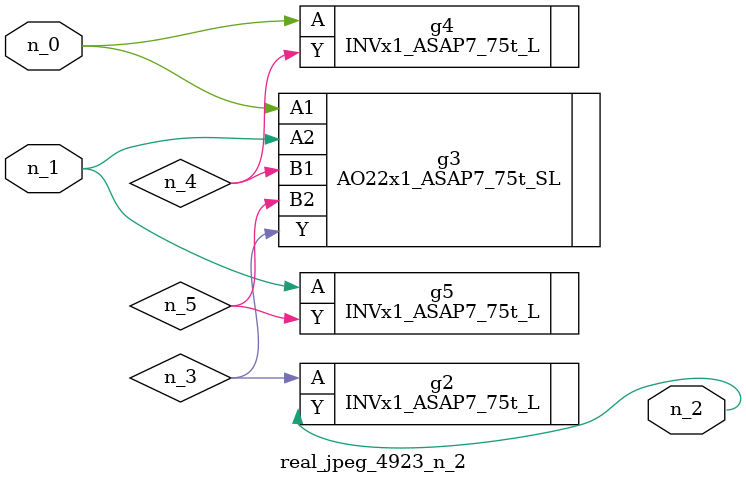
<source format=v>
module real_jpeg_4923_n_2 (n_1, n_0, n_2);

input n_1;
input n_0;

output n_2;

wire n_5;
wire n_4;
wire n_3;

AO22x1_ASAP7_75t_SL g3 ( 
.A1(n_0),
.A2(n_1),
.B1(n_4),
.B2(n_5),
.Y(n_3)
);

INVx1_ASAP7_75t_L g4 ( 
.A(n_0),
.Y(n_4)
);

INVx1_ASAP7_75t_L g5 ( 
.A(n_1),
.Y(n_5)
);

INVx1_ASAP7_75t_L g2 ( 
.A(n_3),
.Y(n_2)
);


endmodule
</source>
